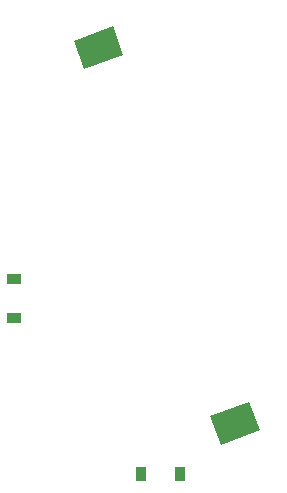
<source format=gbr>
G04 EAGLE Gerber RS-274X export*
G75*
%MOMM*%
%FSLAX34Y34*%
%LPD*%
%INSolderpaste Top*%
%IPPOS*%
%AMOC8*
5,1,8,0,0,1.08239X$1,22.5*%
G01*
%ADD10R,3.500000X2.600000*%
%ADD11R,1.200000X0.900000*%
%ADD12R,0.900000X1.200000*%


D10*
G36*
X219033Y48022D02*
X186145Y36051D01*
X177253Y60482D01*
X210141Y72453D01*
X219033Y48022D01*
G37*
G36*
X103431Y365638D02*
X70543Y353667D01*
X61651Y378098D01*
X94539Y390069D01*
X103431Y365638D01*
G37*
D11*
X11000Y176500D03*
X11000Y143500D03*
D12*
X118500Y11000D03*
X151500Y11000D03*
M02*

</source>
